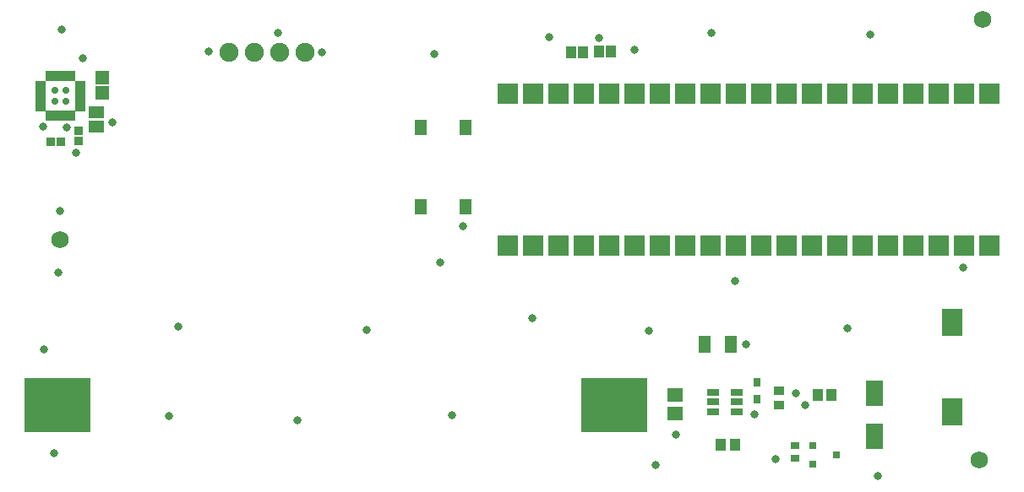
<source format=gts>
G04*
G04 #@! TF.GenerationSoftware,Altium Limited,Altium Designer,25.8.1 (18)*
G04*
G04 Layer_Color=8388736*
%FSLAX44Y44*%
%MOMM*%
G71*
G04*
G04 #@! TF.SameCoordinates,220DD8DD-A9B0-4AC3-BD9C-64780996674F*
G04*
G04*
G04 #@! TF.FilePolarity,Negative*
G04*
G01*
G75*
%ADD16R,1.5562X1.4546*%
%ADD18R,0.8000X0.8000*%
%ADD19R,1.0061X1.3082*%
%ADD21R,1.7500X2.6500*%
%ADD24R,1.4562X1.3781*%
%ADD29R,0.8000X0.9000*%
%ADD30R,1.1544X1.7062*%
%ADD31R,1.3000X1.5500*%
%ADD32R,0.8621X0.7581*%
%ADD35R,6.6532X5.5032*%
%ADD36R,1.1032X1.2532*%
%ADD37R,1.3032X0.8032*%
%ADD38R,1.0032X0.5532*%
%ADD39R,0.5532X1.0532*%
%ADD40R,2.0032X2.7032*%
%ADD41R,1.0032X1.1532*%
%ADD42R,0.9232X0.9632*%
%ADD43R,1.5032X1.2032*%
%ADD44R,1.1032X0.9032*%
%ADD45R,0.9632X0.9232*%
%ADD46C,1.9000*%
%ADD47C,1.7272*%
%ADD48R,2.1082X2.1082*%
%ADD49C,0.7032*%
%ADD50C,0.8032*%
D16*
X660000Y100000D02*
D03*
Y81484D02*
D03*
D18*
X798000Y49500D02*
D03*
X822000Y40000D02*
D03*
X798000Y30500D02*
D03*
D19*
X720000Y50000D02*
D03*
X705478D02*
D03*
D21*
X860000Y58500D02*
D03*
Y101500D02*
D03*
D24*
X86000Y418641D02*
D03*
Y403359D02*
D03*
D29*
X742000Y112500D02*
D03*
Y95500D02*
D03*
D30*
X690000Y151000D02*
D03*
X715518D02*
D03*
D31*
X450384Y368806D02*
D03*
Y289306D02*
D03*
X405384D02*
D03*
Y368806D02*
D03*
D32*
X780000Y36730D02*
D03*
Y49270D02*
D03*
D35*
X598750Y90000D02*
D03*
X41250D02*
D03*
D36*
X817000Y100000D02*
D03*
X803000D02*
D03*
D37*
X722000Y83500D02*
D03*
X698000D02*
D03*
X722000Y102500D02*
D03*
X698000Y93000D02*
D03*
X722000D02*
D03*
X698000Y102500D02*
D03*
D38*
X64000Y392500D02*
D03*
Y397500D02*
D03*
Y402500D02*
D03*
Y407500D02*
D03*
Y412500D02*
D03*
X24000Y387500D02*
D03*
Y392500D02*
D03*
Y397500D02*
D03*
Y402500D02*
D03*
Y407500D02*
D03*
Y412500D02*
D03*
X64000Y387500D02*
D03*
D39*
X56500Y419750D02*
D03*
X51500D02*
D03*
X46500D02*
D03*
X41500D02*
D03*
X56500Y380250D02*
D03*
X51500D02*
D03*
X46500D02*
D03*
X41500D02*
D03*
X31500D02*
D03*
X36500D02*
D03*
X31500Y419750D02*
D03*
X36500D02*
D03*
D40*
X937768Y83267D02*
D03*
Y173275D02*
D03*
D41*
X596000Y445000D02*
D03*
X568000Y444000D02*
D03*
X555500D02*
D03*
X583500Y445000D02*
D03*
D42*
X62000Y365000D02*
D03*
Y355200D02*
D03*
D43*
X80000Y384000D02*
D03*
Y369000D02*
D03*
D44*
X764000Y104000D02*
D03*
Y90000D02*
D03*
D45*
X34650Y354330D02*
D03*
X44450D02*
D03*
D46*
X288800Y444000D02*
D03*
X263400D02*
D03*
X238000D02*
D03*
X212600D02*
D03*
D47*
X968248Y476504D02*
D03*
X964692Y34544D02*
D03*
X43942Y256286D02*
D03*
D48*
X593800Y402400D02*
D03*
X568400D02*
D03*
X492200D02*
D03*
X924000Y250000D02*
D03*
X517600Y402400D02*
D03*
X619200D02*
D03*
X974800D02*
D03*
X949400D02*
D03*
X924000D02*
D03*
X898600D02*
D03*
X873200D02*
D03*
X847800D02*
D03*
X822400D02*
D03*
X797000D02*
D03*
X771600D02*
D03*
X746200D02*
D03*
X720800D02*
D03*
X695400D02*
D03*
X670000D02*
D03*
X644600D02*
D03*
X543000D02*
D03*
X974800Y250000D02*
D03*
X949400D02*
D03*
X898600D02*
D03*
X873200D02*
D03*
X847800D02*
D03*
X822400D02*
D03*
X797000D02*
D03*
X771600D02*
D03*
X746200D02*
D03*
X720800D02*
D03*
X695400D02*
D03*
X670000D02*
D03*
X644600D02*
D03*
X619200D02*
D03*
X593800D02*
D03*
X568400D02*
D03*
X543000D02*
D03*
X517600D02*
D03*
X492200D02*
D03*
D49*
X38500Y405500D02*
D03*
X49500D02*
D03*
Y394500D02*
D03*
X38500D02*
D03*
D50*
X44958Y466344D02*
D03*
X855980Y462026D02*
D03*
X419100Y441960D02*
D03*
X948944Y227584D02*
D03*
X832866Y166624D02*
D03*
X516636Y177038D02*
D03*
X424942Y232918D02*
D03*
X350774Y165100D02*
D03*
X162306Y168402D02*
D03*
X27432Y145542D02*
D03*
X281940Y74676D02*
D03*
X66548Y438150D02*
D03*
X153162Y78740D02*
D03*
X42164Y223012D02*
D03*
X436372Y79502D02*
D03*
X633730Y164592D02*
D03*
X863600Y18542D02*
D03*
X640334Y29718D02*
D03*
X43434Y284988D02*
D03*
X696214Y463042D02*
D03*
X447802Y269240D02*
D03*
X533654Y459232D02*
D03*
X583946Y458470D02*
D03*
X50800Y368554D02*
D03*
X59690Y343154D02*
D03*
X306000Y444000D02*
D03*
X262000Y463000D02*
D03*
X27000Y369000D02*
D03*
X96000Y374000D02*
D03*
X731000Y151000D02*
D03*
X193000Y445000D02*
D03*
X781000Y102000D02*
D03*
X740000Y81000D02*
D03*
X761000Y36000D02*
D03*
X661000Y60000D02*
D03*
X38000Y42000D02*
D03*
X619000Y446000D02*
D03*
X720000Y214000D02*
D03*
X790000Y90000D02*
D03*
M02*

</source>
